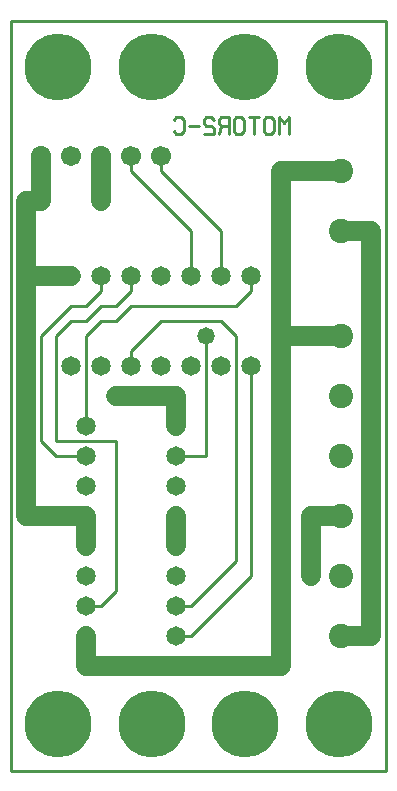
<source format=gbl>
%MOIN*%
%FSLAX25Y25*%
G04 D10 used for Character Trace; *
G04     Circle (OD=.01000) (No hole)*
G04 D11 used for Power Trace; *
G04     Circle (OD=.06700) (No hole)*
G04 D12 used for Signal Trace; *
G04     Circle (OD=.01100) (No hole)*
G04 D13 used for Via; *
G04     Circle (OD=.05800) (Round. Hole ID=.02800)*
G04 D14 used for Component hole; *
G04     Circle (OD=.06500) (Round. Hole ID=.03500)*
G04 D15 used for Component hole; *
G04     Circle (OD=.06700) (Round. Hole ID=.04300)*
G04 D16 used for Component hole; *
G04     Circle (OD=.08100) (Round. Hole ID=.05100)*
G04 D17 used for Component hole; *
G04     Circle (OD=.08900) (Round. Hole ID=.05900)*
G04 D18 used for Component hole; *
G04     Circle (OD=.11300) (Round. Hole ID=.08300)*
G04 D19 used for Component hole; *
G04     Circle (OD=.16000) (Round. Hole ID=.13000)*
G04 D20 used for Component hole; *
G04     Circle (OD=.18300) (Round. Hole ID=.15300)*
G04 D21 used for Component hole; *
G04     Circle (OD=.22291) (Round. Hole ID=.19291)*
%ADD10C,.01000*%
%ADD11C,.06700*%
%ADD12C,.01100*%
%ADD13C,.05800*%
%ADD14C,.06500*%
%ADD15C,.06700*%
%ADD16C,.08100*%
%ADD17C,.08900*%
%ADD18C,.11300*%
%ADD19C,.16000*%
%ADD20C,.18300*%
%ADD21C,.22291*%
%IPPOS*%
%LPD*%
G90*X0Y0D02*D21*X15625Y15625D03*D11*              
X25000Y35000D02*X90000D01*Y145000D01*X110000D01*  
D16*D03*D13*X120000Y155000D03*D11*Y45000D01*      
X110000D01*D16*D03*Y65000D03*D13*X100000D03*D11*  
Y85000D01*X110000D01*D16*D03*Y105000D03*D12*      
X60000Y45000D02*X80000Y65000D01*X55000Y45000D02*  
X60000D01*D14*X55000D03*D12*Y55000D02*X60000D01*  
D14*X55000D03*D12*X60000D02*X75000Y70000D01*      
Y145000D01*X70000Y150000D01*X50000D01*            
X40000Y140000D01*Y135000D01*D14*D03*D13*          
X35000Y125000D03*D11*X55000D01*Y115000D01*D14*D03*
D12*Y105000D02*X65000D01*D14*X55000D03*D12*       
X65000D02*Y145000D01*D13*D03*D12*X40000Y155000D02*
X75000D01*X35000Y150000D02*X40000Y155000D01*      
X30000Y150000D02*X35000D01*X25000Y145000D02*      
X30000Y150000D01*X25000Y115000D02*Y145000D01*D14* 
Y115000D03*D12*X15000Y105000D02*X25000D01*D14*D03*
D12*X15000Y110000D02*X35000D01*Y60000D01*         
X30000Y55000D01*X25000D01*D14*D03*Y65000D03*      
Y45000D03*D11*Y35000D01*D21*X46875Y15625D03*D14*  
X55000Y65000D03*D12*X0Y0D02*X125000D01*Y250000D01*
X0D01*Y0D01*D14*X55000Y75000D03*D11*Y85000D01*D14*
D03*Y95000D03*D12*X80000Y65000D02*Y135000D01*D14* 
D03*D11*X90000Y145000D02*Y200000D01*X110000D01*   
D16*D03*Y180000D03*D11*X120000D01*Y155000D01*D16* 
X110000Y125000D03*D14*X80000Y165000D03*D12*       
Y160000D01*X75000Y155000D01*D14*X70000Y165000D03* 
D12*Y180000D01*X50000Y200000D01*Y205000D01*D15*   
D03*D10*X92511Y212129D02*Y217871D01*              
X90837Y215957D01*X89163Y217871D01*Y212129D01*     
X84163Y213086D02*X85000Y212129D01*X86674D01*      
X87511Y213086D01*Y216914D01*X86674Y217871D01*     
X85000D01*X84163Y216914D01*Y213086D01*            
X80837Y212129D02*Y217871D01*X82511D02*X79163D01*  
X74163Y213086D02*X75000Y212129D01*X76674D01*      
X77511Y213086D01*Y216914D01*X76674Y217871D01*     
X75000D01*X74163Y216914D01*Y213086D01*            
X72511Y212129D02*Y217871D01*X70000D01*            
X69163Y216914D01*Y215957D01*X70000Y215000D01*     
X72511D01*X70000D02*X69163Y212129D01*             
X67511Y216914D02*X66674Y217871D01*X65000D01*      
X64163Y216914D01*Y215957D01*X65000Y215000D01*     
X66674D01*X67511Y214043D01*Y212129D01*X64163D01*  
X62511Y215000D02*X59163D01*X54163Y213086D02*      
X55000Y212129D01*X56674D01*X57511Y213086D01*      
Y216914D01*X56674Y217871D01*X55000D01*            
X54163Y216914D01*D15*X40000Y205000D03*D12*        
Y200000D01*X60000Y180000D01*Y165000D01*D14*D03*   
X50000D03*X40000D03*D12*Y160000D01*               
X35000Y155000D01*X30000D01*X25000Y150000D01*      
X20000D01*X15000Y145000D01*Y110000D01*Y105000D02* 
X10000Y110000D01*Y145000D01*X20000Y155000D01*     
X25000D01*X30000Y160000D01*Y165000D01*D14*D03*    
X20000D03*D11*X5000D01*Y85000D01*X25000D01*D14*   
D03*D11*Y75000D01*D14*D03*Y95000D03*              
X70000Y135000D03*X60000D03*X50000D03*X30000D03*   
X20000D03*D21*X78125Y15625D03*X109375D03*D11*     
X5000Y165000D02*Y190000D01*X10000D01*D14*D03*D11* 
Y205000D01*D15*D03*X20000D03*D14*X30000Y190000D03*
D11*Y205000D01*D15*D03*D21*X46875Y234375D03*      
X15625D03*X78125D03*X109375D03*M02*               

</source>
